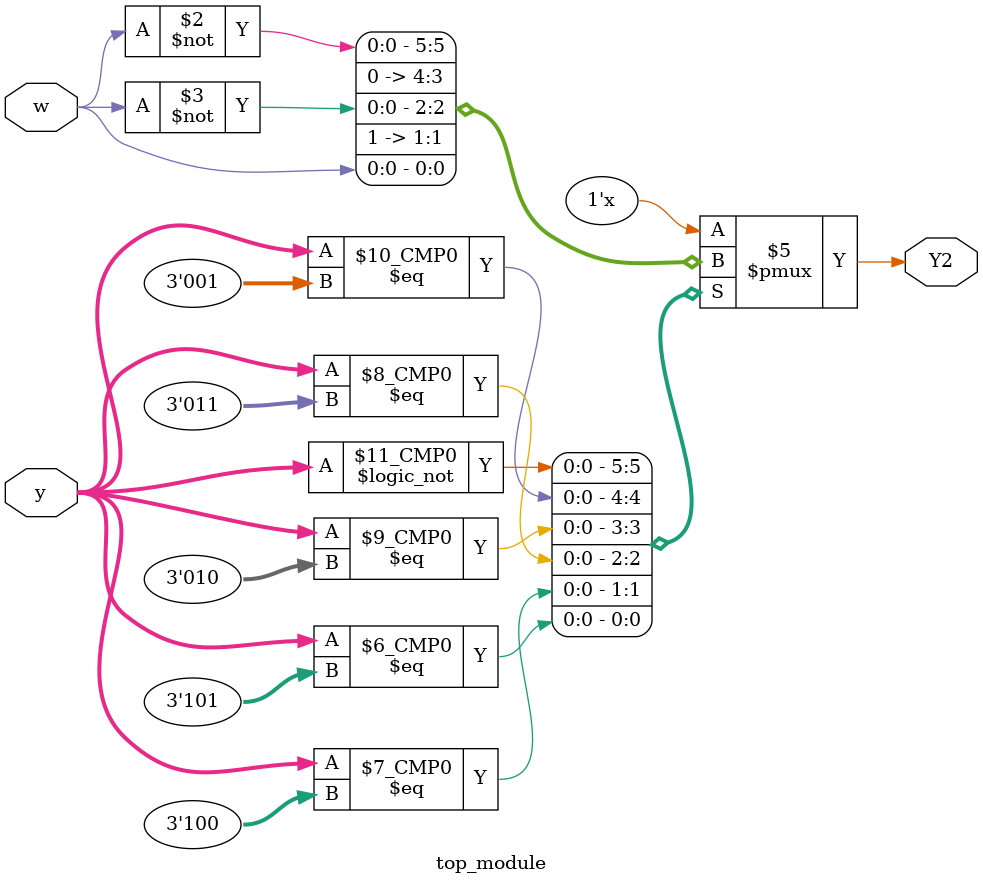
<source format=sv>
module top_module(
    input [3:1] y,
    input w,
    output reg Y2
);

always @(*) begin
    case (y)
        3'b000: Y2 = ~w; // State A
        3'b001: Y2 = 1'b0; // State B
        3'b010: Y2 = 1'b0; // State C
        3'b011: Y2 = ~w; // State D
        3'b100: Y2 = 1'b1; // State E
        3'b101: Y2 = w; // State F
        default: Y2 = 1'bx; // Invalid state
    endcase
end

endmodule

</source>
